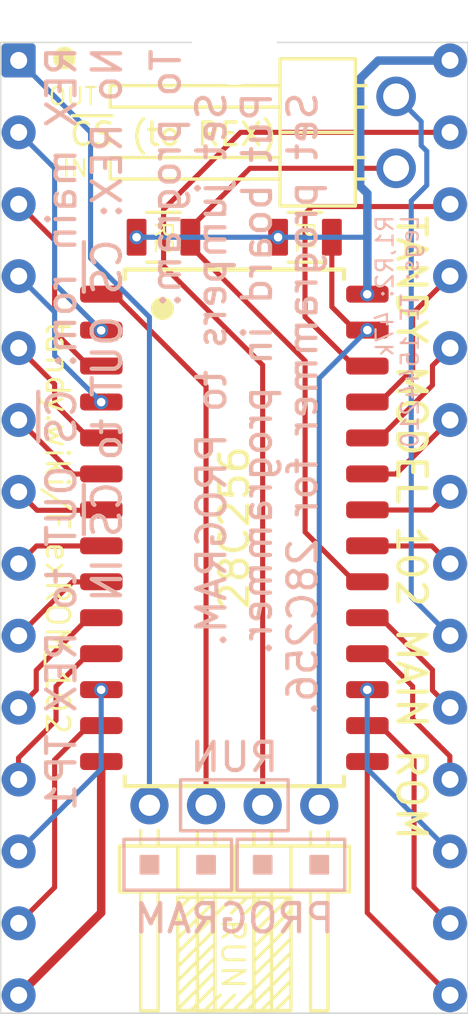
<source format=kicad_pcb>
(kicad_pcb (version 20171130) (host pcbnew 5.1.9-73d0e3b20d~88~ubuntu20.10.1)

  (general
    (thickness 1.6)
    (drawings 59)
    (tracks 137)
    (zones 0)
    (modules 7)
    (nets 32)
  )

  (page USLetter)
  (title_block
    (title FlexROM_102)
    (date 2020-11-23)
    (rev 002)
    (company "Brian K. White - b.kenyon.w@gmail.com")
  )

  (layers
    (0 F.Cu signal)
    (31 B.Cu signal)
    (32 B.Adhes user hide)
    (33 F.Adhes user hide)
    (34 B.Paste user hide)
    (35 F.Paste user hide)
    (36 B.SilkS user)
    (37 F.SilkS user)
    (38 B.Mask user)
    (39 F.Mask user)
    (40 Dwgs.User user)
    (41 Cmts.User user hide)
    (42 Eco1.User user hide)
    (43 Eco2.User user hide)
    (44 Edge.Cuts user)
    (45 Margin user hide)
    (46 B.CrtYd user hide)
    (47 F.CrtYd user hide)
    (48 B.Fab user hide)
    (49 F.Fab user hide)
  )

  (setup
    (last_trace_width 0.18)
    (user_trace_width 0.16)
    (user_trace_width 0.2)
    (user_trace_width 0.3)
    (trace_clearance 0.16)
    (zone_clearance 0.508)
    (zone_45_only no)
    (trace_min 0.16)
    (via_size 0.5)
    (via_drill 0.3)
    (via_min_size 0.5)
    (via_min_drill 0.3)
    (uvia_size 0.5)
    (uvia_drill 0.3)
    (uvias_allowed no)
    (uvia_min_size 0.5)
    (uvia_min_drill 0.3)
    (edge_width 0.05)
    (segment_width 0.2)
    (pcb_text_width 0.3)
    (pcb_text_size 1.5 1.5)
    (mod_edge_width 0.12)
    (mod_text_size 1 1)
    (mod_text_width 0.15)
    (pad_size 2 2)
    (pad_drill 2)
    (pad_to_mask_clearance 0)
    (solder_mask_min_width 0.22)
    (aux_axis_origin 0 0)
    (grid_origin 127 101.6)
    (visible_elements FFFFFF7F)
    (pcbplotparams
      (layerselection 0x010f0_ffffffff)
      (usegerberextensions true)
      (usegerberattributes false)
      (usegerberadvancedattributes false)
      (creategerberjobfile false)
      (excludeedgelayer true)
      (linewidth 0.100000)
      (plotframeref false)
      (viasonmask false)
      (mode 1)
      (useauxorigin false)
      (hpglpennumber 1)
      (hpglpenspeed 20)
      (hpglpendiameter 15.000000)
      (psnegative false)
      (psa4output false)
      (plotreference true)
      (plotvalue true)
      (plotinvisibletext false)
      (padsonsilk false)
      (subtractmaskfromsilk true)
      (outputformat 1)
      (mirror false)
      (drillshape 0)
      (scaleselection 1)
      (outputdirectory "GERBER_FlexROM_102"))
  )

  (net 0 "")
  (net 1 /D3)
  (net 2 /A12)
  (net 3 /D4)
  (net 4 /A7)
  (net 5 /D5)
  (net 6 /A6)
  (net 7 /D6)
  (net 8 /A5)
  (net 9 /D7)
  (net 10 /A4)
  (net 11 /~CS_OUT)
  (net 12 /A3)
  (net 13 /A10)
  (net 14 /A2)
  (net 15 /~OE)
  (net 16 /A1)
  (net 17 /A11)
  (net 18 /A0)
  (net 19 /A9)
  (net 20 /D0)
  (net 21 /A8)
  (net 22 /D1)
  (net 23 /A13)
  (net 24 /D2)
  (net 25 /A14)
  (net 26 /GND)
  (net 27 /VCC)
  (net 28 /~CS_IN)
  (net 29 /~WE)
  (net 30 /A14_~WE)
  (net 31 /NC_A14)

  (net_class Default "This is the default net class."
    (clearance 0.16)
    (trace_width 0.18)
    (via_dia 0.5)
    (via_drill 0.3)
    (uvia_dia 0.5)
    (uvia_drill 0.3)
    (add_net /A0)
    (add_net /A1)
    (add_net /A10)
    (add_net /A11)
    (add_net /A12)
    (add_net /A13)
    (add_net /A14)
    (add_net /A14_~WE)
    (add_net /A2)
    (add_net /A3)
    (add_net /A4)
    (add_net /A5)
    (add_net /A6)
    (add_net /A7)
    (add_net /A8)
    (add_net /A9)
    (add_net /D0)
    (add_net /D1)
    (add_net /D2)
    (add_net /D3)
    (add_net /D4)
    (add_net /D5)
    (add_net /D6)
    (add_net /D7)
    (add_net /GND)
    (add_net /NC_A14)
    (add_net /VCC)
    (add_net /~CS_IN)
    (add_net /~CS_OUT)
    (add_net /~OE)
    (add_net /~WE)
  )

  (module 000_LOCAL:DIP28_0.6_pcb_sil_pins (layer F.Cu) (tedit 5FC98BE5) (tstamp 5E369E74)
    (at 127 101.6)
    (descr "28-lead though-hole mounted DIP package, row spacing 15.24 mm (600 mils)")
    (tags "THT DIP DIL PDIP 2.54mm 15.24mm 600mil")
    (path /5E5C209E)
    (fp_text reference J1 (at -4.445 -16.51) (layer F.SilkS) hide
      (effects (font (size 1 1) (thickness 0.15)))
    )
    (fp_text value "27C256 DIP LEGS" (at 0 18.84) (layer F.Fab)
      (effects (font (size 1 1) (thickness 0.15)))
    )
    (fp_text user %R (at 0.27 3.12) (layer F.Fab)
      (effects (font (size 1 1) (thickness 0.15)))
    )
    (fp_line (start -8.22 -17.11) (end -8.22 17.11) (layer F.CrtYd) (width 0.01))
    (fp_line (start -8.22 17.11) (end 8.22 17.11) (layer F.CrtYd) (width 0.01))
    (fp_line (start 8.22 17.11) (end 8.22 -17.11) (layer F.CrtYd) (width 0.01))
    (fp_line (start 8.22 -17.11) (end -8.22 -17.11) (layer F.CrtYd) (width 0.01))
    (pad 1 thru_hole roundrect (at -7.62 -16.51) (size 1.2 1.2) (drill 0.6) (layers *.Cu *.Mask) (roundrect_rratio 0.1)
      (net 31 /NC_A14))
    (pad 15 thru_hole circle (at 7.62 16.51) (size 1.2 1.2) (drill 0.6) (layers *.Cu *.Mask)
      (net 1 /D3))
    (pad 2 thru_hole circle (at -7.62 -13.97) (size 1.2 1.2) (drill 0.6) (layers *.Cu *.Mask)
      (net 2 /A12))
    (pad 16 thru_hole circle (at 7.62 13.97) (size 1.2 1.2) (drill 0.6) (layers *.Cu *.Mask)
      (net 3 /D4))
    (pad 3 thru_hole circle (at -7.62 -11.43) (size 1.2 1.2) (drill 0.6) (layers *.Cu *.Mask)
      (net 4 /A7))
    (pad 17 thru_hole circle (at 7.62 11.43) (size 1.2 1.2) (drill 0.6) (layers *.Cu *.Mask)
      (net 5 /D5))
    (pad 4 thru_hole circle (at -7.62 -8.89) (size 1.2 1.2) (drill 0.6) (layers *.Cu *.Mask)
      (net 6 /A6))
    (pad 18 thru_hole circle (at 7.62 8.89) (size 1.2 1.2) (drill 0.6) (layers *.Cu *.Mask)
      (net 7 /D6))
    (pad 5 thru_hole circle (at -7.62 -6.35) (size 1.2 1.2) (drill 0.6) (layers *.Cu *.Mask)
      (net 8 /A5))
    (pad 19 thru_hole circle (at 7.62 6.35) (size 1.2 1.2) (drill 0.6) (layers *.Cu *.Mask)
      (net 9 /D7))
    (pad 6 thru_hole circle (at -7.62 -3.81) (size 1.2 1.2) (drill 0.6) (layers *.Cu *.Mask)
      (net 10 /A4))
    (pad 20 thru_hole circle (at 7.62 3.81) (size 1.2 1.2) (drill 0.6) (layers *.Cu *.Mask)
      (net 11 /~CS_OUT))
    (pad 7 thru_hole circle (at -7.62 -1.27) (size 1.2 1.2) (drill 0.6) (layers *.Cu *.Mask)
      (net 12 /A3))
    (pad 21 thru_hole circle (at 7.62 1.27) (size 1.2 1.2) (drill 0.6) (layers *.Cu *.Mask)
      (net 13 /A10))
    (pad 8 thru_hole circle (at -7.62 1.27) (size 1.2 1.2) (drill 0.6) (layers *.Cu *.Mask)
      (net 14 /A2))
    (pad 22 thru_hole circle (at 7.62 -1.27) (size 1.2 1.2) (drill 0.6) (layers *.Cu *.Mask)
      (net 15 /~OE))
    (pad 9 thru_hole circle (at -7.62 3.81) (size 1.2 1.2) (drill 0.6) (layers *.Cu *.Mask)
      (net 16 /A1))
    (pad 23 thru_hole circle (at 7.62 -3.81) (size 1.2 1.2) (drill 0.6) (layers *.Cu *.Mask)
      (net 17 /A11))
    (pad 10 thru_hole circle (at -7.62 6.35) (size 1.2 1.2) (drill 0.6) (layers *.Cu *.Mask)
      (net 18 /A0))
    (pad 24 thru_hole circle (at 7.62 -6.35) (size 1.2 1.2) (drill 0.6) (layers *.Cu *.Mask)
      (net 19 /A9))
    (pad 11 thru_hole circle (at -7.62 8.89) (size 1.2 1.2) (drill 0.6) (layers *.Cu *.Mask)
      (net 20 /D0))
    (pad 25 thru_hole circle (at 7.62 -8.89) (size 1.2 1.2) (drill 0.6) (layers *.Cu *.Mask)
      (net 21 /A8))
    (pad 12 thru_hole circle (at -7.62 11.43) (size 1.2 1.2) (drill 0.6) (layers *.Cu *.Mask)
      (net 22 /D1))
    (pad 26 thru_hole circle (at 7.62 -11.43) (size 1.2 1.2) (drill 0.6) (layers *.Cu *.Mask)
      (net 23 /A13))
    (pad 13 thru_hole circle (at -7.62 13.97) (size 1.2 1.2) (drill 0.6) (layers *.Cu *.Mask)
      (net 24 /D2))
    (pad 27 thru_hole circle (at 7.62 -13.97) (size 1.2 1.2) (drill 0.6) (layers *.Cu *.Mask)
      (net 30 /A14_~WE))
    (pad 14 thru_hole circle (at -7.62 16.51) (size 1.2 1.2) (drill 0.6) (layers *.Cu *.Mask)
      (net 26 /GND))
    (pad 28 thru_hole circle (at 7.62 -16.51) (size 1.2 1.2) (drill 0.6) (layers *.Cu *.Mask)
      (net 27 /VCC))
    (model ${KIPRJMOD}/000_LOCAL.pretty/packages3d/DIL_LEG.step
      (offset (xyz -7.62 16.51 0.18))
      (scale (xyz 1 1 1))
      (rotate (xyz 0 0 0))
    )
    (model ${KIPRJMOD}/000_LOCAL.pretty/packages3d/DIL_LEG.step
      (offset (xyz -7.62 13.97 0.18))
      (scale (xyz 1 1 1))
      (rotate (xyz 0 0 0))
    )
    (model ${KIPRJMOD}/000_LOCAL.pretty/packages3d/DIL_LEG.step
      (offset (xyz -7.62 11.43 0.18))
      (scale (xyz 1 1 1))
      (rotate (xyz 0 0 0))
    )
    (model ${KIPRJMOD}/000_LOCAL.pretty/packages3d/DIL_LEG.step
      (offset (xyz -7.62 8.890000000000001 0.18))
      (scale (xyz 1 1 1))
      (rotate (xyz 0 0 0))
    )
    (model ${KIPRJMOD}/000_LOCAL.pretty/packages3d/DIL_LEG.step
      (offset (xyz -7.62 6.35 0.18))
      (scale (xyz 1 1 1))
      (rotate (xyz 0 0 0))
    )
    (model ${KIPRJMOD}/000_LOCAL.pretty/packages3d/DIL_LEG.step
      (offset (xyz -7.62 3.81 0.18))
      (scale (xyz 1 1 1))
      (rotate (xyz 0 0 0))
    )
    (model ${KIPRJMOD}/000_LOCAL.pretty/packages3d/DIL_LEG.step
      (offset (xyz -7.62 1.27 0.18))
      (scale (xyz 1 1 1))
      (rotate (xyz 0 0 0))
    )
    (model ${KIPRJMOD}/000_LOCAL.pretty/packages3d/DIL_LEG.step
      (offset (xyz -7.62 -1.27 0.18))
      (scale (xyz 1 1 1))
      (rotate (xyz 0 0 0))
    )
    (model ${KIPRJMOD}/000_LOCAL.pretty/packages3d/DIL_LEG.step
      (offset (xyz -7.62 -3.81 0.18))
      (scale (xyz 1 1 1))
      (rotate (xyz 0 0 0))
    )
    (model ${KIPRJMOD}/000_LOCAL.pretty/packages3d/DIL_LEG.step
      (offset (xyz -7.62 -6.35 0.18))
      (scale (xyz 1 1 1))
      (rotate (xyz 0 0 0))
    )
    (model ${KIPRJMOD}/000_LOCAL.pretty/packages3d/DIL_LEG.step
      (offset (xyz -7.62 -8.890000000000001 0.18))
      (scale (xyz 1 1 1))
      (rotate (xyz 0 0 0))
    )
    (model ${KIPRJMOD}/000_LOCAL.pretty/packages3d/DIL_LEG.step
      (offset (xyz -7.62 -11.43 0.18))
      (scale (xyz 1 1 1))
      (rotate (xyz 0 0 0))
    )
    (model ${KIPRJMOD}/000_LOCAL.pretty/packages3d/DIL_LEG.step
      (offset (xyz -7.62 -13.97 0.18))
      (scale (xyz 1 1 1))
      (rotate (xyz 0 0 0))
    )
    (model ${KIPRJMOD}/000_LOCAL.pretty/packages3d/DIL_LEG.step
      (offset (xyz -7.62 -16.51 0.18))
      (scale (xyz 1 1 1))
      (rotate (xyz 0 0 0))
    )
    (model ${KIPRJMOD}/000_LOCAL.pretty/packages3d/DIL_LEG.step
      (offset (xyz 7.62 -16.51 0.18))
      (scale (xyz 1 1 1))
      (rotate (xyz 0 0 0))
    )
    (model ${KIPRJMOD}/000_LOCAL.pretty/packages3d/DIL_LEG.step
      (offset (xyz 7.62 -13.97 0.18))
      (scale (xyz 1 1 1))
      (rotate (xyz 0 0 0))
    )
    (model ${KIPRJMOD}/000_LOCAL.pretty/packages3d/DIL_LEG.step
      (offset (xyz 7.62 -11.43 0.18))
      (scale (xyz 1 1 1))
      (rotate (xyz 0 0 0))
    )
    (model ${KIPRJMOD}/000_LOCAL.pretty/packages3d/DIL_LEG.step
      (offset (xyz 7.62 -8.890000000000001 0.18))
      (scale (xyz 1 1 1))
      (rotate (xyz 0 0 0))
    )
    (model ${KIPRJMOD}/000_LOCAL.pretty/packages3d/DIL_LEG.step
      (offset (xyz 7.62 -6.35 0.18))
      (scale (xyz 1 1 1))
      (rotate (xyz 0 0 0))
    )
    (model ${KIPRJMOD}/000_LOCAL.pretty/packages3d/DIL_LEG.step
      (offset (xyz 7.62 -3.81 0.18))
      (scale (xyz 1 1 1))
      (rotate (xyz 0 0 0))
    )
    (model ${KIPRJMOD}/000_LOCAL.pretty/packages3d/DIL_LEG.step
      (offset (xyz 7.62 -1.27 0.18))
      (scale (xyz 1 1 1))
      (rotate (xyz 0 0 0))
    )
    (model ${KIPRJMOD}/000_LOCAL.pretty/packages3d/DIL_LEG.step
      (offset (xyz 7.62 1.27 0.18))
      (scale (xyz 1 1 1))
      (rotate (xyz 0 0 0))
    )
    (model ${KIPRJMOD}/000_LOCAL.pretty/packages3d/DIL_LEG.step
      (offset (xyz 7.62 3.81 0.18))
      (scale (xyz 1 1 1))
      (rotate (xyz 0 0 0))
    )
    (model ${KIPRJMOD}/000_LOCAL.pretty/packages3d/DIL_LEG.step
      (offset (xyz 7.62 6.35 0.18))
      (scale (xyz 1 1 1))
      (rotate (xyz 0 0 0))
    )
    (model ${KIPRJMOD}/000_LOCAL.pretty/packages3d/DIL_LEG.step
      (offset (xyz 7.62 8.890000000000001 0.18))
      (scale (xyz 1 1 1))
      (rotate (xyz 0 0 0))
    )
    (model ${KIPRJMOD}/000_LOCAL.pretty/packages3d/DIL_LEG.step
      (offset (xyz 7.62 11.43 0.18))
      (scale (xyz 1 1 1))
      (rotate (xyz 0 0 0))
    )
    (model ${KIPRJMOD}/000_LOCAL.pretty/packages3d/DIL_LEG.step
      (offset (xyz 7.62 13.97 0.18))
      (scale (xyz 1 1 1))
      (rotate (xyz 0 0 0))
    )
    (model ${KIPRJMOD}/000_LOCAL.pretty/packages3d/DIL_LEG.step
      (offset (xyz 7.62 16.51 0.18))
      (scale (xyz 1 1 1))
      (rotate (xyz 0 0 0))
    )
  )

  (module 000_LOCAL:NPTH_3mm (layer F.Cu) (tedit 5F9F8D8C) (tstamp 5FC9A485)
    (at 127 84.455)
    (fp_text reference REF** (at 0 2.54) (layer F.SilkS) hide
      (effects (font (size 1.27 1.27) (thickness 0.127)))
    )
    (fp_text value NPTH_3mm (at 0 -2.54) (layer F.Fab)
      (effects (font (size 1.27 1.27) (thickness 0.0127)))
    )
    (pad "" np_thru_hole circle (at 0 0) (size 3 3) (drill 3) (layers *.Cu *.Mask))
  )

  (module 000_LOCAL:PinHeader_1x04_P2.00mm_Horizontal (layer F.Cu) (tedit 5F9FCD4A) (tstamp 5FA053B9)
    (at 130 111.4 270)
    (descr "Through hole angled pin header, 1x04, 2.00mm pitch, 4.2mm pin length, single row")
    (tags "Through hole angled pin header THT 1x04 2.00mm single row")
    (path /5FA17830)
    (fp_text reference JP2 (at 3.1 -2 90) (layer F.SilkS) hide
      (effects (font (size 1 1) (thickness 0.15)))
    )
    (fp_text value Jumper_4_Bridged23 (at 3.1 8 90) (layer F.Fab)
      (effects (font (size 1 1) (thickness 0.15)))
    )
    (fp_line (start 1.875 -1) (end 3 -1) (layer F.Fab) (width 0.1))
    (fp_line (start 3 -1) (end 3 7) (layer F.Fab) (width 0.1))
    (fp_line (start 3 7) (end 1.5 7) (layer F.Fab) (width 0.1))
    (fp_line (start 1.5 7) (end 1.5 -0.625) (layer F.Fab) (width 0.1))
    (fp_line (start 1.5 -0.625) (end 1.875 -1) (layer F.Fab) (width 0.1))
    (fp_line (start -0.25 -0.25) (end 1.5 -0.25) (layer F.Fab) (width 0.1))
    (fp_line (start -0.25 -0.25) (end -0.25 0.25) (layer F.Fab) (width 0.1))
    (fp_line (start -0.25 0.25) (end 1.5 0.25) (layer F.Fab) (width 0.1))
    (fp_line (start 3 -0.25) (end 7.2 -0.25) (layer F.Fab) (width 0.1))
    (fp_line (start 7.2 -0.25) (end 7.2 0.25) (layer F.Fab) (width 0.1))
    (fp_line (start 3 0.25) (end 7.2 0.25) (layer F.Fab) (width 0.1))
    (fp_line (start -0.25 1.75) (end 1.5 1.75) (layer F.Fab) (width 0.1))
    (fp_line (start -0.25 1.75) (end -0.25 2.25) (layer F.Fab) (width 0.1))
    (fp_line (start -0.25 2.25) (end 1.5 2.25) (layer F.Fab) (width 0.1))
    (fp_line (start 3 1.75) (end 7.2 1.75) (layer F.Fab) (width 0.1))
    (fp_line (start 7.2 1.75) (end 7.2 2.25) (layer F.Fab) (width 0.1))
    (fp_line (start 3 2.25) (end 7.2 2.25) (layer F.Fab) (width 0.1))
    (fp_line (start -0.25 3.75) (end 1.5 3.75) (layer F.Fab) (width 0.1))
    (fp_line (start -0.25 3.75) (end -0.25 4.25) (layer F.Fab) (width 0.1))
    (fp_line (start -0.25 4.25) (end 1.5 4.25) (layer F.Fab) (width 0.1))
    (fp_line (start 3 3.75) (end 7.2 3.75) (layer F.Fab) (width 0.1))
    (fp_line (start 7.2 3.75) (end 7.2 4.25) (layer F.Fab) (width 0.1))
    (fp_line (start 3 4.25) (end 7.2 4.25) (layer F.Fab) (width 0.1))
    (fp_line (start -0.25 5.75) (end 1.5 5.75) (layer F.Fab) (width 0.1))
    (fp_line (start -0.25 5.75) (end -0.25 6.25) (layer F.Fab) (width 0.1))
    (fp_line (start -0.25 6.25) (end 1.5 6.25) (layer F.Fab) (width 0.1))
    (fp_line (start 3 5.75) (end 7.2 5.75) (layer F.Fab) (width 0.1))
    (fp_line (start 7.2 5.75) (end 7.2 6.25) (layer F.Fab) (width 0.1))
    (fp_line (start 3 6.25) (end 7.2 6.25) (layer F.Fab) (width 0.1))
    (fp_line (start 1.44 -1.06) (end 1.44 7.06) (layer F.SilkS) (width 0.12))
    (fp_line (start 1.44 7.06) (end 3.06 7.06) (layer F.SilkS) (width 0.12))
    (fp_line (start 3.06 7.06) (end 3.06 -1.06) (layer F.SilkS) (width 0.12))
    (fp_line (start 3.06 -1.06) (end 1.44 -1.06) (layer F.SilkS) (width 0.12))
    (fp_line (start 3.06 -0.31) (end 7.26 -0.31) (layer F.SilkS) (width 0.12))
    (fp_line (start 7.26 -0.31) (end 7.26 0.31) (layer F.SilkS) (width 0.12))
    (fp_line (start 7.26 0.31) (end 3.06 0.31) (layer F.SilkS) (width 0.12))
    (fp_line (start 0.935 -0.31) (end 1.44 -0.31) (layer F.SilkS) (width 0.12))
    (fp_line (start 0.935 0.31) (end 1.44 0.31) (layer F.SilkS) (width 0.12))
    (fp_line (start 1.44 1) (end 3.06 1) (layer F.SilkS) (width 0.12))
    (fp_line (start 3.06 1.69) (end 7.26 1.69) (layer F.SilkS) (width 0.12))
    (fp_line (start 7.26 1.69) (end 7.26 2.31) (layer F.SilkS) (width 0.12))
    (fp_line (start 7.26 2.31) (end 3.06 2.31) (layer F.SilkS) (width 0.12))
    (fp_line (start 0.882114 1.69) (end 1.44 1.69) (layer F.SilkS) (width 0.12))
    (fp_line (start 0.882114 2.31) (end 1.44 2.31) (layer F.SilkS) (width 0.12))
    (fp_line (start 1.44 3) (end 3.06 3) (layer F.SilkS) (width 0.12))
    (fp_line (start 3.06 3.69) (end 7.26 3.69) (layer F.SilkS) (width 0.12))
    (fp_line (start 7.26 3.69) (end 7.26 4.31) (layer F.SilkS) (width 0.12))
    (fp_line (start 7.26 4.31) (end 3.06 4.31) (layer F.SilkS) (width 0.12))
    (fp_line (start 0.882114 3.69) (end 1.44 3.69) (layer F.SilkS) (width 0.12))
    (fp_line (start 0.882114 4.31) (end 1.44 4.31) (layer F.SilkS) (width 0.12))
    (fp_line (start 1.44 5) (end 3.06 5) (layer F.SilkS) (width 0.12))
    (fp_line (start 3.06 5.69) (end 7.26 5.69) (layer F.SilkS) (width 0.12))
    (fp_line (start 7.26 5.69) (end 7.26 6.31) (layer F.SilkS) (width 0.12))
    (fp_line (start 7.26 6.31) (end 3.06 6.31) (layer F.SilkS) (width 0.12))
    (fp_line (start 0.882114 5.69) (end 1.44 5.69) (layer F.SilkS) (width 0.12))
    (fp_line (start 0.882114 6.31) (end 1.44 6.31) (layer F.SilkS) (width 0.12))
    (fp_line (start -1.5 -1.5) (end -1.5 7.5) (layer F.CrtYd) (width 0.05))
    (fp_line (start -1.5 7.5) (end 7.7 7.5) (layer F.CrtYd) (width 0.05))
    (fp_line (start 7.7 7.5) (end 7.7 -1.5) (layer F.CrtYd) (width 0.05))
    (fp_line (start 7.7 -1.5) (end -1.5 -1.5) (layer F.CrtYd) (width 0.05))
    (fp_text user %R (at 2.25 3) (layer F.Fab)
      (effects (font (size 0.9 0.9) (thickness 0.135)))
    )
    (pad 4 thru_hole circle (at 0 6 270) (size 1.35 1.35) (drill 0.75) (layers *.Cu *.Mask)
      (net 31 /NC_A14))
    (pad 3 thru_hole circle (at 0 4 270) (size 1.35 1.35) (drill 0.75) (layers *.Cu *.Mask)
      (net 25 /A14))
    (pad 2 thru_hole circle (at 0 2 270) (size 1.35 1.35) (drill 0.75) (layers *.Cu *.Mask)
      (net 30 /A14_~WE))
    (pad 1 thru_hole circle (at 0 0 270) (size 1.35 1.35) (drill 0.75) (layers *.Cu *.Mask)
      (net 29 /~WE))
    (model ${KIPRJMOD}/000_LOCAL.pretty/packages3d/PinHeader_1x04_P2.00mm_Horizontal.step
      (at (xyz 0 0 0))
      (scale (xyz 1 1 1))
      (rotate (xyz 0 0 0))
    )
  )

  (module 000_LOCAL:R_0805 (layer F.Cu) (tedit 5F9E65BE) (tstamp 5F9FCA43)
    (at 129.495 91.335 180)
    (descr "Resistor SMD 0805, reflow soldering, Vishay (see dcrcw.pdf)")
    (tags "resistor 0805")
    (path /5E6B3AF8)
    (attr smd)
    (fp_text reference R1 (at -0.005 -0.015 -90 unlocked) (layer F.SilkS)
      (effects (font (size 0.6 0.6) (thickness 0.08)))
    )
    (fp_text value 47K (at 0 1.75) (layer F.Fab) hide
      (effects (font (size 1 1) (thickness 0.15)))
    )
    (fp_line (start -1 0.62) (end -1 -0.62) (layer F.Fab) (width 0.1))
    (fp_line (start 1 0.62) (end -1 0.62) (layer F.Fab) (width 0.1))
    (fp_line (start 1 -0.62) (end 1 0.62) (layer F.Fab) (width 0.1))
    (fp_line (start -1 -0.62) (end 1 -0.62) (layer F.Fab) (width 0.1))
    (fp_line (start 0.6 0.88) (end -0.6 0.88) (layer F.SilkS) (width 0.12))
    (fp_line (start -0.6 -0.88) (end 0.6 -0.88) (layer F.SilkS) (width 0.12))
    (fp_line (start -1.55 -0.9) (end 1.55 -0.9) (layer F.CrtYd) (width 0.05))
    (fp_line (start -1.55 -0.9) (end -1.55 0.9) (layer F.CrtYd) (width 0.05))
    (fp_line (start 1.55 0.9) (end 1.55 -0.9) (layer F.CrtYd) (width 0.05))
    (fp_line (start 1.55 0.9) (end -1.55 0.9) (layer F.CrtYd) (width 0.05))
    (fp_text user %R (at 0 0) (layer F.Fab) hide
      (effects (font (size 0.5 0.5) (thickness 0.075)))
    )
    (pad 1 smd roundrect (at -0.95 0 180) (size 0.7 1.3) (layers F.Cu F.Paste F.Mask) (roundrect_rratio 0.1)
      (net 29 /~WE))
    (pad 2 smd roundrect (at 0.95 0 180) (size 0.7 1.3) (layers F.Cu F.Paste F.Mask) (roundrect_rratio 0.1)
      (net 27 /VCC))
    (model ${KIPRJMOD}/000_LOCAL.pretty/packages3d/R_0805_2012Metric.step
      (at (xyz 0 0 0))
      (scale (xyz 1 1 1))
      (rotate (xyz 0 0 0))
    )
  )

  (module 000_LOCAL:R_0805 (layer F.Cu) (tedit 5F9E65BE) (tstamp 5F9FCA13)
    (at 124.495 91.335 180)
    (descr "Resistor SMD 0805, reflow soldering, Vishay (see dcrcw.pdf)")
    (tags "resistor 0805")
    (path /5E68C7F8)
    (attr smd)
    (fp_text reference R2 (at -0.005 -0.015 270 unlocked) (layer F.SilkS)
      (effects (font (size 0.6 0.6) (thickness 0.08)))
    )
    (fp_text value 47K (at 0 1.75) (layer F.Fab)
      (effects (font (size 1 1) (thickness 0.15)))
    )
    (fp_line (start -1 0.62) (end -1 -0.62) (layer F.Fab) (width 0.1))
    (fp_line (start 1 0.62) (end -1 0.62) (layer F.Fab) (width 0.1))
    (fp_line (start 1 -0.62) (end 1 0.62) (layer F.Fab) (width 0.1))
    (fp_line (start -1 -0.62) (end 1 -0.62) (layer F.Fab) (width 0.1))
    (fp_line (start 0.6 0.88) (end -0.6 0.88) (layer F.SilkS) (width 0.12))
    (fp_line (start -0.6 -0.88) (end 0.6 -0.88) (layer F.SilkS) (width 0.12))
    (fp_line (start -1.55 -0.9) (end 1.55 -0.9) (layer F.CrtYd) (width 0.05))
    (fp_line (start -1.55 -0.9) (end -1.55 0.9) (layer F.CrtYd) (width 0.05))
    (fp_line (start 1.55 0.9) (end 1.55 -0.9) (layer F.CrtYd) (width 0.05))
    (fp_line (start 1.55 0.9) (end -1.55 0.9) (layer F.CrtYd) (width 0.05))
    (fp_text user %R (at 0 0) (layer F.Fab)
      (effects (font (size 0.5 0.5) (thickness 0.075)))
    )
    (pad 1 smd roundrect (at -0.95 0 180) (size 0.7 1.3) (layers F.Cu F.Paste F.Mask) (roundrect_rratio 0.1)
      (net 28 /~CS_IN))
    (pad 2 smd roundrect (at 0.95 0 180) (size 0.7 1.3) (layers F.Cu F.Paste F.Mask) (roundrect_rratio 0.1)
      (net 27 /VCC))
    (model ${KIPRJMOD}/000_LOCAL.pretty/packages3d/R_0805_2012Metric.step
      (at (xyz 0 0 0))
      (scale (xyz 1 1 1))
      (rotate (xyz 0 0 0))
    )
  )

  (module 000_LOCAL:SOIC28W (layer F.Cu) (tedit 5E621A1B) (tstamp 5FA06128)
    (at 127 101.6)
    (descr "28-Lead Plastic Small Outline (SO) - Wide, 7.50 mm Body [SOIC] (see Microchip Packaging Specification 00000049BS.pdf)")
    (tags "SOIC 1.27")
    (path /5E5B130A)
    (attr smd)
    (fp_text reference U1 (at 0 -10.05) (layer F.SilkS) hide
      (effects (font (size 1 1) (thickness 0.15)))
    )
    (fp_text value 28C256 (at -0.0003 -0.0002 -90) (layer F.SilkS)
      (effects (font (size 1 1) (thickness 0.15)))
    )
    (fp_circle (center -2.54 -7.747) (end -2.3368 -7.747) (layer F.SilkS) (width 0.4064))
    (fp_line (start -2.75 -8.95) (end 3.75 -8.95) (layer F.Fab) (width 0.15))
    (fp_line (start 3.75 -8.95) (end 3.75 8.95) (layer F.Fab) (width 0.15))
    (fp_line (start 3.75 8.95) (end -3.75 8.95) (layer F.Fab) (width 0.15))
    (fp_line (start -3.75 8.95) (end -3.75 -7.95) (layer F.Fab) (width 0.15))
    (fp_line (start -3.75 -7.95) (end -2.75 -8.95) (layer F.Fab) (width 0.15))
    (fp_line (start -5.95 -9.3) (end -5.95 9.3) (layer F.CrtYd) (width 0.05))
    (fp_line (start 5.95 -9.3) (end 5.95 9.3) (layer F.CrtYd) (width 0.05))
    (fp_line (start -5.95 -9.3) (end 5.95 -9.3) (layer F.CrtYd) (width 0.05))
    (fp_line (start -5.95 9.3) (end 5.95 9.3) (layer F.CrtYd) (width 0.05))
    (fp_line (start -3.875 -9.125) (end -3.875 -8.78) (layer F.SilkS) (width 0.15))
    (fp_line (start 3.875 -9.125) (end 3.875 -8.78) (layer F.SilkS) (width 0.15))
    (fp_line (start 3.875 9.125) (end 3.875 8.78) (layer F.SilkS) (width 0.15))
    (fp_line (start -3.875 9.125) (end -3.875 8.78) (layer F.SilkS) (width 0.15))
    (fp_line (start -3.875 -9.125) (end 3.875 -9.125) (layer F.SilkS) (width 0.15))
    (fp_line (start -3.875 9.125) (end 3.875 9.125) (layer F.SilkS) (width 0.15))
    (fp_text user %R (at -0.01 1.61) (layer F.Fab)
      (effects (font (size 1 1) (thickness 0.15)))
    )
    (pad 28 smd roundrect (at 4.7 -8.255) (size 1.5 0.6) (layers F.Cu F.Paste F.Mask) (roundrect_rratio 0.25)
      (net 27 /VCC))
    (pad 27 smd roundrect (at 4.7 -6.985) (size 1.5 0.6) (layers F.Cu F.Paste F.Mask) (roundrect_rratio 0.25)
      (net 29 /~WE))
    (pad 26 smd roundrect (at 4.7 -5.715) (size 1.5 0.6) (layers F.Cu F.Paste F.Mask) (roundrect_rratio 0.25)
      (net 23 /A13))
    (pad 25 smd roundrect (at 4.7 -4.445) (size 1.5 0.6) (layers F.Cu F.Paste F.Mask) (roundrect_rratio 0.25)
      (net 21 /A8))
    (pad 24 smd roundrect (at 4.7 -3.175) (size 1.5 0.6) (layers F.Cu F.Paste F.Mask) (roundrect_rratio 0.25)
      (net 19 /A9))
    (pad 23 smd roundrect (at 4.7 -1.905) (size 1.5 0.6) (layers F.Cu F.Paste F.Mask) (roundrect_rratio 0.25)
      (net 17 /A11))
    (pad 22 smd roundrect (at 4.7 -0.635) (size 1.5 0.6) (layers F.Cu F.Paste F.Mask) (roundrect_rratio 0.25)
      (net 15 /~OE))
    (pad 21 smd roundrect (at 4.7 0.635) (size 1.5 0.6) (layers F.Cu F.Paste F.Mask) (roundrect_rratio 0.25)
      (net 13 /A10))
    (pad 20 smd roundrect (at 4.7 1.905) (size 1.5 0.6) (layers F.Cu F.Paste F.Mask) (roundrect_rratio 0.25)
      (net 28 /~CS_IN))
    (pad 19 smd roundrect (at 4.7 3.175) (size 1.5 0.6) (layers F.Cu F.Paste F.Mask) (roundrect_rratio 0.25)
      (net 9 /D7))
    (pad 18 smd roundrect (at 4.7 4.445) (size 1.5 0.6) (layers F.Cu F.Paste F.Mask) (roundrect_rratio 0.25)
      (net 7 /D6))
    (pad 17 smd roundrect (at 4.7 5.715) (size 1.5 0.6) (layers F.Cu F.Paste F.Mask) (roundrect_rratio 0.25)
      (net 5 /D5))
    (pad 16 smd roundrect (at 4.7 6.985) (size 1.5 0.6) (layers F.Cu F.Paste F.Mask) (roundrect_rratio 0.25)
      (net 3 /D4))
    (pad 15 smd roundrect (at 4.7 8.255) (size 1.5 0.6) (layers F.Cu F.Paste F.Mask) (roundrect_rratio 0.25)
      (net 1 /D3))
    (pad 14 smd roundrect (at -4.7 8.255) (size 1.5 0.6) (layers F.Cu F.Paste F.Mask) (roundrect_rratio 0.25)
      (net 26 /GND))
    (pad 13 smd roundrect (at -4.7 6.985) (size 1.5 0.6) (layers F.Cu F.Paste F.Mask) (roundrect_rratio 0.25)
      (net 24 /D2))
    (pad 12 smd roundrect (at -4.7 5.715) (size 1.5 0.6) (layers F.Cu F.Paste F.Mask) (roundrect_rratio 0.25)
      (net 22 /D1))
    (pad 11 smd roundrect (at -4.7 4.445) (size 1.5 0.6) (layers F.Cu F.Paste F.Mask) (roundrect_rratio 0.25)
      (net 20 /D0))
    (pad 10 smd roundrect (at -4.7 3.175) (size 1.5 0.6) (layers F.Cu F.Paste F.Mask) (roundrect_rratio 0.25)
      (net 18 /A0))
    (pad 9 smd roundrect (at -4.7 1.905) (size 1.5 0.6) (layers F.Cu F.Paste F.Mask) (roundrect_rratio 0.25)
      (net 16 /A1))
    (pad 8 smd roundrect (at -4.7 0.635) (size 1.5 0.6) (layers F.Cu F.Paste F.Mask) (roundrect_rratio 0.25)
      (net 14 /A2))
    (pad 7 smd roundrect (at -4.7 -0.635) (size 1.5 0.6) (layers F.Cu F.Paste F.Mask) (roundrect_rratio 0.25)
      (net 12 /A3))
    (pad 6 smd roundrect (at -4.7 -1.905) (size 1.5 0.6) (layers F.Cu F.Paste F.Mask) (roundrect_rratio 0.25)
      (net 10 /A4))
    (pad 5 smd roundrect (at -4.7 -3.175) (size 1.5 0.6) (layers F.Cu F.Paste F.Mask) (roundrect_rratio 0.25)
      (net 8 /A5))
    (pad 4 smd roundrect (at -4.7 -4.445) (size 1.5 0.6) (layers F.Cu F.Paste F.Mask) (roundrect_rratio 0.25)
      (net 6 /A6))
    (pad 3 smd roundrect (at -4.7 -5.715) (size 1.5 0.6) (layers F.Cu F.Paste F.Mask) (roundrect_rratio 0.25)
      (net 4 /A7))
    (pad 2 smd roundrect (at -4.7 -6.985) (size 1.5 0.6) (layers F.Cu F.Paste F.Mask) (roundrect_rratio 0.25)
      (net 2 /A12))
    (pad 1 smd roundrect (at -4.7 -8.255) (size 1.5 0.6) (layers F.Cu F.Paste F.Mask) (roundrect_rratio 0.25)
      (net 25 /A14))
    (model ${KIPRJMOD}/000_LOCAL.pretty/packages3d/SOIC28W.step
      (at (xyz 0 0 0))
      (scale (xyz 1 1 1))
      (rotate (xyz 0 0 0))
    )
  )

  (module 000_LOCAL:Pin_Header_Angled_1x02_Pitch2.54mm (layer F.Cu) (tedit 5E349946) (tstamp 5F9FC9AC)
    (at 132.715 88.9 180)
    (descr "Through hole angled pin header, 1x02, 2.54mm pitch, 6mm pin length, single row")
    (tags "Through hole angled pin header THT 1x02 2.54mm single row")
    (path /5E68B8A2)
    (fp_text reference JP1 (at 4.385 -2.27 180) (layer F.SilkS) hide
      (effects (font (size 1 1) (thickness 0.15)))
    )
    (fp_text value "~CS~ breakout (REX TP1)" (at 4.385 4.81 180) (layer F.Fab)
      (effects (font (size 1 1) (thickness 0.15)))
    )
    (fp_line (start 10.55 -1.8) (end -1.8 -1.8) (layer F.CrtYd) (width 0.05))
    (fp_line (start 10.55 4.35) (end 10.55 -1.8) (layer F.CrtYd) (width 0.05))
    (fp_line (start -1.8 4.35) (end 10.55 4.35) (layer F.CrtYd) (width 0.05))
    (fp_line (start -1.8 -1.8) (end -1.8 4.35) (layer F.CrtYd) (width 0.05))
    (fp_line (start 1.042929 2.92) (end 1.44 2.92) (layer F.SilkS) (width 0.12))
    (fp_line (start 1.042929 2.16) (end 1.44 2.16) (layer F.SilkS) (width 0.12))
    (fp_line (start 10.1 2.92) (end 4.1 2.92) (layer F.SilkS) (width 0.12))
    (fp_line (start 10.1 2.16) (end 10.1 2.92) (layer F.SilkS) (width 0.12))
    (fp_line (start 4.1 2.16) (end 10.1 2.16) (layer F.SilkS) (width 0.12))
    (fp_line (start 1.44 1.27) (end 4.1 1.27) (layer F.SilkS) (width 0.12))
    (fp_line (start 1.11 0.38) (end 1.44 0.38) (layer F.SilkS) (width 0.12))
    (fp_line (start 1.11 -0.38) (end 1.44 -0.38) (layer F.SilkS) (width 0.12))
    (fp_line (start 10.1 0.38) (end 4.1 0.38) (layer F.SilkS) (width 0.12))
    (fp_line (start 10.1 -0.38) (end 10.1 0.38) (layer F.SilkS) (width 0.12))
    (fp_line (start 4.1 -0.38) (end 10.1 -0.38) (layer F.SilkS) (width 0.12))
    (fp_line (start 4.1 -1.33) (end 1.44 -1.33) (layer F.SilkS) (width 0.12))
    (fp_line (start 4.1 3.87) (end 4.1 -1.33) (layer F.SilkS) (width 0.12))
    (fp_line (start 1.44 3.87) (end 4.1 3.87) (layer F.SilkS) (width 0.12))
    (fp_line (start 1.44 -1.33) (end 1.44 3.87) (layer F.SilkS) (width 0.12))
    (fp_line (start 4.04 2.86) (end 10.04 2.86) (layer F.Fab) (width 0.1))
    (fp_line (start 10.04 2.22) (end 10.04 2.86) (layer F.Fab) (width 0.1))
    (fp_line (start 4.04 2.22) (end 10.04 2.22) (layer F.Fab) (width 0.1))
    (fp_line (start -0.32 2.86) (end 1.5 2.86) (layer F.Fab) (width 0.1))
    (fp_line (start -0.32 2.22) (end -0.32 2.86) (layer F.Fab) (width 0.1))
    (fp_line (start -0.32 2.22) (end 1.5 2.22) (layer F.Fab) (width 0.1))
    (fp_line (start 4.04 0.32) (end 10.04 0.32) (layer F.Fab) (width 0.1))
    (fp_line (start 10.04 -0.32) (end 10.04 0.32) (layer F.Fab) (width 0.1))
    (fp_line (start 4.04 -0.32) (end 10.04 -0.32) (layer F.Fab) (width 0.1))
    (fp_line (start -0.32 0.32) (end 1.5 0.32) (layer F.Fab) (width 0.1))
    (fp_line (start -0.32 -0.32) (end -0.32 0.32) (layer F.Fab) (width 0.1))
    (fp_line (start -0.32 -0.32) (end 1.5 -0.32) (layer F.Fab) (width 0.1))
    (fp_line (start 1.5 -0.635) (end 2.135 -1.27) (layer F.Fab) (width 0.1))
    (fp_line (start 1.5 3.81) (end 1.5 -0.635) (layer F.Fab) (width 0.1))
    (fp_line (start 4.04 3.81) (end 1.5 3.81) (layer F.Fab) (width 0.1))
    (fp_line (start 4.04 -1.27) (end 4.04 3.81) (layer F.Fab) (width 0.1))
    (fp_line (start 2.135 -1.27) (end 4.04 -1.27) (layer F.Fab) (width 0.1))
    (fp_text user %R (at 2.77 1.27 270) (layer F.Fab)
      (effects (font (size 1 1) (thickness 0.15)))
    )
    (pad 1 thru_hole circle (at 0 0 180) (size 1.4 1.4) (drill 0.914) (layers *.Cu *.Mask)
      (net 28 /~CS_IN))
    (pad 2 thru_hole circle (at 0 2.54 180) (size 1.4 1.4) (drill 0.914) (layers *.Cu *.Mask)
      (net 11 /~CS_OUT))
    (model ${KIPRJMOD}/000_LOCAL.pretty/packages3d/PinHeader_1x02_P2.54mm_Horizontal.step
      (at (xyz 0 0 0))
      (scale (xyz 1 1 1))
      (rotate (xyz 0 0 0))
    )
  )

  (gr_line (start 127.7 115.9) (end 128.95 114.65) (layer F.SilkS) (width 0.12) (tstamp 5FA06E38))
  (gr_line (start 128.45 118.65) (end 129 118.1) (layer F.SilkS) (width 0.12) (tstamp 5FA0679A))
  (gr_line (start 127.95 118.65) (end 129 117.6) (layer F.SilkS) (width 0.12) (tstamp 5FA0672D))
  (gr_line (start 125 118.6) (end 126.3 117.3) (layer F.SilkS) (width 0.12) (tstamp 5FA061C0))
  (gr_line (start 127.7 115.4) (end 128.45 114.65) (layer F.SilkS) (width 0.12) (tstamp 5FA05A36))
  (gr_line (start 127.7 116.4) (end 129 115.1) (layer F.SilkS) (width 0.12) (tstamp 5FA05A34))
  (gr_line (start 127.7 116.9) (end 129 115.6) (layer F.SilkS) (width 0.12) (tstamp 5FA05A32))
  (gr_line (start 127.7 117.4) (end 129 116.1) (layer F.SilkS) (width 0.12) (tstamp 5FA059C6))
  (gr_line (start 126.95 118.65) (end 129 116.6) (layer F.SilkS) (width 0.12) (tstamp 5FA059C4))
  (gr_line (start 127.45 118.65) (end 129 117.1) (layer F.SilkS) (width 0.12) (tstamp 5FA05957))
  (gr_line (start 126.9 115.2) (end 127.45 114.65) (layer F.SilkS) (width 0.12) (tstamp 5FA057A8))
  (gr_line (start 126.45 118.65) (end 127 118.1) (layer F.SilkS) (width 0.12) (tstamp 5FA057A6))
  (gr_line (start 125.95 118.65) (end 126.5 118.1) (layer F.SilkS) (width 0.12) (tstamp 5FA057A4))
  (gr_line (start 125.45 118.65) (end 126.3 117.8) (layer F.SilkS) (width 0.12) (tstamp 5FA05737))
  (gr_line (start 125 118.1) (end 126.3 116.8) (layer F.SilkS) (width 0.12) (tstamp 5FA056CB))
  (gr_line (start 125 117.6) (end 126.3 116.3) (layer F.SilkS) (width 0.12) (tstamp 5FA056C9))
  (gr_line (start 125 117.1) (end 126.3 115.8) (layer F.SilkS) (width 0.12) (tstamp 5FA056C7))
  (gr_line (start 127.4 115.2) (end 127.95 114.65) (layer F.SilkS) (width 0.12) (tstamp 5FA0565B))
  (gr_line (start 125 116.6) (end 126.95 114.65) (layer F.SilkS) (width 0.12) (tstamp 5FA055EE))
  (gr_line (start 125 116.1) (end 126.3 114.8) (layer F.SilkS) (width 0.12))
  (gr_line (start 125 115.6) (end 125.95 114.65) (layer F.SilkS) (width 0.12))
  (gr_line (start 125 115.1) (end 125.45 114.65) (layer F.SilkS) (width 0.12))
  (gr_line (start 129 114.65) (end 125 114.65) (layer F.SilkS) (width 0.12) (tstamp 5FA0528E))
  (gr_line (start 129 118.65) (end 129 114.65) (layer F.SilkS) (width 0.12))
  (gr_line (start 125 118.65) (end 129 118.65) (layer F.SilkS) (width 0.12))
  (gr_line (start 125 114.65) (end 125 118.65) (layer F.SilkS) (width 0.12))
  (gr_text RUN (at 126.95 116.65 -90) (layer F.SilkS)
    (effects (font (size 0.8 0.8) (thickness 0.1)))
  )
  (gr_text "To program:\n  Set jumpers to PROGRAM.\n  Put board in programmer.\n  Set programmer for 28C256." (at 127 84.6 90) (layer B.SilkS)
    (effects (font (size 1 1) (thickness 0.15)) (justify left mirror))
  )
  (gr_text "REX main rom: ~CS~ OUT to REX TP1\nNo REX: ~CS~ OUT to ~CS~ IN" (at 121.7 84.5 -270) (layer B.SilkS)
    (effects (font (size 1 1) (thickness 0.15)) (justify left mirror))
  )
  (gr_poly (pts (xy 124.3 113.8) (xy 123.7 113.8) (xy 123.7 113.2) (xy 124.3 113.2)) (layer B.SilkS) (width 0.1) (tstamp 5FA061CF))
  (gr_poly (pts (xy 126.3 113.8) (xy 125.7 113.8) (xy 125.7 113.2) (xy 126.3 113.2)) (layer B.SilkS) (width 0.1) (tstamp 5FA061CC))
  (gr_poly (pts (xy 128.3 113.8) (xy 127.7 113.8) (xy 127.7 113.2) (xy 128.3 113.2)) (layer B.SilkS) (width 0.1) (tstamp 5FA061A3))
  (gr_poly (pts (xy 130.3 113.8) (xy 129.7 113.8) (xy 129.7 113.2) (xy 130.3 113.2)) (layer B.SilkS) (width 0.1))
  (gr_line (start 123.1 114.4) (end 123.1 112.6) (layer B.SilkS) (width 0.12) (tstamp 5FA0619A))
  (gr_line (start 123.1 112.6) (end 126.9 112.6) (layer B.SilkS) (width 0.12) (tstamp 5FA06197))
  (gr_line (start 126.9 114.4) (end 123.1 114.4) (layer B.SilkS) (width 0.12) (tstamp 5FA06194))
  (gr_line (start 126.9 114.4) (end 126.9 112.6) (layer B.SilkS) (width 0.12) (tstamp 5FA06191))
  (gr_line (start 127.1 112.6) (end 130.9 112.6) (layer B.SilkS) (width 0.12) (tstamp 5FA0618D))
  (gr_line (start 127.1 114.4) (end 127.1 112.6) (layer B.SilkS) (width 0.12) (tstamp 5FA0618A))
  (gr_line (start 130.9 112.6) (end 130.9 114.4) (layer B.SilkS) (width 0.12) (tstamp 5FA060C4))
  (gr_line (start 130.9 114.4) (end 127.1 114.4) (layer B.SilkS) (width 0.12) (tstamp 5FA060C3))
  (gr_line (start 125.1 110.5) (end 128.9 110.5) (layer B.SilkS) (width 0.12) (tstamp 5FA060C1))
  (gr_line (start 125.1 112.3) (end 125.1 110.5) (layer B.SilkS) (width 0.12))
  (gr_line (start 128.9 112.3) (end 125.1 112.3) (layer B.SilkS) (width 0.12))
  (gr_line (start 128.9 110.5) (end 128.9 112.3) (layer B.SilkS) (width 0.12))
  (gr_text PROGRAM (at 127 115.4) (layer B.SilkS) (tstamp 5FA060B9)
    (effects (font (size 1 1) (thickness 0.15)) (justify mirror))
  )
  (gr_text RUN (at 127 109.7) (layer B.SilkS)
    (effects (font (size 1 1) (thickness 0.15)) (justify mirror))
  )
  (gr_text tandy.wiki/FlexROM_102 (at 120.75 101.6 -90) (layer F.SilkS) (tstamp 5F9FC827)
    (effects (font (size 0.8 0.8) (thickness 0.1)))
  )
  (gr_line (start 118.745 118.745) (end 118.745 84.455) (layer Edge.Cuts) (width 0.05) (tstamp 5F9FC90E))
  (gr_line (start 135.255 84.455) (end 135.255 118.745) (layer Edge.Cuts) (width 0.05) (tstamp 5F9FC7EB))
  (gr_line (start 118.745 84.455) (end 135.255 84.455) (layer Edge.Cuts) (width 0.05) (tstamp 5F9FC980))
  (gr_line (start 118.745 118.745) (end 135.255 118.745) (layer Edge.Cuts) (width 0.05) (tstamp 5F9FCA01))
  (gr_text "R1,R2: 47k" (at 132.316 90.505 90) (layer B.SilkS) (tstamp 5F9FC81E)
    (effects (font (size 0.6 0.6) (thickness 0.08)) (justify left mirror))
  )
  (gr_text "TANDY MODEL 102 MAIN ROM" (at 133.25 101.6 -90) (layer F.SilkS) (tstamp 5F9FC85A)
    (effects (font (size 1 1) (thickness 0.15)))
  )
  (gr_text "~CS~ (to REX)" (at 124.85 87.7) (layer F.SilkS) (tstamp 5F9FC854)
    (effects (font (size 0.8 0.8) (thickness 0.12)))
  )
  (gr_circle (center 120.995 85.005) (end 121.195 85.005) (layer F.SilkS) (width 0.4) (tstamp 5F9FCA64))
  (gr_text OUT (at 121.295 86.355) (layer F.SilkS) (tstamp 5F9FC851)
    (effects (font (size 0.6 0.6) (thickness 0.08)))
  )
  (gr_text IN (at 121.375 88.905) (layer F.SilkS) (tstamp 5F9FC84E)
    (effects (font (size 0.6 0.6) (thickness 0.08)))
  )
  (gr_text "Legs: TE 1544210" (at 133.205 90.505 90) (layer B.SilkS) (tstamp 5F9FC84B)
    (effects (font (size 0.6 0.6) (thickness 0.08)) (justify left mirror))
  )

  (segment (start 131.695 115.195) (end 131.695 109.86) (width 0.18) (layer F.Cu) (net 1) (tstamp 5F9FC8F9))
  (segment (start 134.615 118.115) (end 131.695 115.195) (width 0.18) (layer F.Cu) (net 1) (tstamp 5F9FC8F6))
  (via (at 122.295 94.625) (size 0.5) (drill 0.3) (layers F.Cu B.Cu) (net 2) (tstamp 5F9FC830))
  (segment (start 120.65 88.9) (end 119.385 87.635) (width 0.18) (layer B.Cu) (net 2))
  (segment (start 120.65 92.98) (end 120.65 88.9) (width 0.18) (layer B.Cu) (net 2))
  (segment (start 119.385 87.635) (end 119.375 87.635) (width 0.18) (layer B.Cu) (net 2))
  (segment (start 122.295 94.625) (end 120.65 92.98) (width 0.18) (layer B.Cu) (net 2))
  (segment (start 133.35 114.31) (end 134.615 115.575) (width 0.18) (layer F.Cu) (net 3))
  (segment (start 133.35 109.7915) (end 133.35 114.31) (width 0.18) (layer F.Cu) (net 3))
  (segment (start 132.1485 108.59) (end 133.35 109.7915) (width 0.18) (layer F.Cu) (net 3))
  (segment (start 131.695 108.59) (end 132.1485 108.59) (width 0.18) (layer F.Cu) (net 3))
  (segment (start 120.65 91.44) (end 119.38 90.17) (width 0.18) (layer F.Cu) (net 4))
  (segment (start 120.65 94.6785) (end 120.65 91.44) (width 0.18) (layer F.Cu) (net 4))
  (segment (start 121.8615 95.89) (end 120.65 94.6785) (width 0.18) (layer F.Cu) (net 4))
  (segment (start 122.295 95.89) (end 121.8615 95.89) (width 0.18) (layer F.Cu) (net 4))
  (segment (start 131.695 107.32) (end 131.695 107.32) (width 0.18) (layer F.Cu) (net 5) (tstamp 5F9FC977))
  (via (at 131.695 107.32) (size 0.5) (drill 0.3) (layers F.Cu B.Cu) (net 5) (tstamp 5F9FC974))
  (segment (start 131.695 110.115) (end 134.615 113.035) (width 0.18) (layer B.Cu) (net 5) (tstamp 5F9FC971))
  (segment (start 131.695 107.32) (end 131.695 110.115) (width 0.18) (layer B.Cu) (net 5) (tstamp 5F9FC88A))
  (segment (start 122.295 97.16) (end 122.295 97.16) (width 0.18) (layer F.Cu) (net 6) (tstamp 5F9FC887))
  (via (at 122.295 97.16) (size 0.5) (drill 0.3) (layers F.Cu B.Cu) (net 6) (tstamp 5F9FC884))
  (segment (start 120.65 93.98) (end 119.38 92.71) (width 0.18) (layer B.Cu) (net 6))
  (segment (start 120.65 95.515) (end 120.65 93.98) (width 0.18) (layer B.Cu) (net 6))
  (segment (start 122.295 97.16) (end 120.65 95.515) (width 0.18) (layer B.Cu) (net 6))
  (segment (start 132.1485 106.05) (end 131.695 106.05) (width 0.18) (layer F.Cu) (net 7))
  (segment (start 133.3 107.2015) (end 132.1485 106.05) (width 0.18) (layer F.Cu) (net 7))
  (segment (start 133.3 108.35) (end 133.3 107.2015) (width 0.18) (layer F.Cu) (net 7))
  (segment (start 134.615 109.665) (end 133.3 108.35) (width 0.18) (layer F.Cu) (net 7))
  (segment (start 134.615 110.495) (end 134.615 109.665) (width 0.18) (layer F.Cu) (net 7))
  (segment (start 121.8615 98.43) (end 122.295 98.43) (width 0.18) (layer F.Cu) (net 8))
  (segment (start 120.65 97.2185) (end 121.8615 98.43) (width 0.18) (layer F.Cu) (net 8))
  (segment (start 120.65 96.52) (end 120.65 97.2185) (width 0.18) (layer F.Cu) (net 8))
  (segment (start 119.38 95.25) (end 120.65 96.52) (width 0.18) (layer F.Cu) (net 8))
  (segment (start 134 106.6162) (end 134 107.34) (width 0.18) (layer F.Cu) (net 9))
  (segment (start 134 107.34) (end 134.615 107.955) (width 0.18) (layer F.Cu) (net 9))
  (segment (start 132.1638 104.78) (end 134 106.6162) (width 0.18) (layer F.Cu) (net 9))
  (segment (start 131.695 104.78) (end 132.1638 104.78) (width 0.18) (layer F.Cu) (net 9))
  (segment (start 121.29 99.7) (end 122.295 99.7) (width 0.18) (layer F.Cu) (net 10))
  (segment (start 119.38 97.79) (end 121.29 99.7) (width 0.18) (layer F.Cu) (net 10))
  (segment (start 133.25 90.05) (end 133.25 104.04) (width 0.18) (layer B.Cu) (net 11))
  (segment (start 133.8 89.5) (end 133.25 90.05) (width 0.18) (layer B.Cu) (net 11))
  (segment (start 133.8 88.2975) (end 133.8 89.5) (width 0.18) (layer B.Cu) (net 11))
  (segment (start 133.6 88.0975) (end 133.8 88.2975) (width 0.18) (layer B.Cu) (net 11))
  (segment (start 133.6 87.245) (end 133.6 88.0975) (width 0.18) (layer B.Cu) (net 11))
  (segment (start 133.25 104.04) (end 134.62 105.41) (width 0.18) (layer B.Cu) (net 11))
  (segment (start 132.715 86.36) (end 133.6 87.245) (width 0.18) (layer B.Cu) (net 11))
  (segment (start 120.03 100.98) (end 122.285 100.98) (width 0.18) (layer F.Cu) (net 12))
  (segment (start 122.285 100.98) (end 122.295 100.97) (width 0.18) (layer F.Cu) (net 12))
  (segment (start 119.38 100.33) (end 120.03 100.98) (width 0.18) (layer F.Cu) (net 12))
  (segment (start 133.98 102.24) (end 134.615 102.875) (width 0.18) (layer F.Cu) (net 13) (tstamp 5F9FC8C0))
  (segment (start 131.695 102.24) (end 133.98 102.24) (width 0.18) (layer F.Cu) (net 13) (tstamp 5F9FC95F))
  (segment (start 120.01 102.24) (end 119.375 102.875) (width 0.18) (layer F.Cu) (net 14) (tstamp 5F9FC95C))
  (segment (start 122.295 102.24) (end 120.01 102.24) (width 0.18) (layer F.Cu) (net 14) (tstamp 5F9FC959))
  (segment (start 133.98 100.97) (end 134.615 100.335) (width 0.18) (layer F.Cu) (net 15) (tstamp 5F9FC956))
  (segment (start 131.695 100.97) (end 133.98 100.97) (width 0.18) (layer F.Cu) (net 15) (tstamp 5F9FC953))
  (segment (start 121.83 103.51) (end 122.295 103.51) (width 0.18) (layer F.Cu) (net 16) (tstamp 5F9FC944))
  (segment (start 121.28 103.51) (end 119.375 105.415) (width 0.18) (layer F.Cu) (net 16) (tstamp 5F9FC941))
  (segment (start 122.295 103.51) (end 121.28 103.51) (width 0.18) (layer F.Cu) (net 16) (tstamp 5F9FC93E))
  (segment (start 132.71 99.7) (end 134.615 97.795) (width 0.18) (layer F.Cu) (net 17) (tstamp 5F9FC93B))
  (segment (start 131.695 99.7) (end 132.71 99.7) (width 0.18) (layer F.Cu) (net 17) (tstamp 5F9FC8DE))
  (segment (start 119.38 107.95) (end 119.375 107.955) (width 0.18) (layer F.Cu) (net 18))
  (segment (start 120 107.33) (end 119.38 107.95) (width 0.18) (layer F.Cu) (net 18))
  (segment (start 120 106.6315) (end 120 107.33) (width 0.18) (layer F.Cu) (net 18))
  (segment (start 121.8515 104.78) (end 120 106.6315) (width 0.18) (layer F.Cu) (net 18))
  (segment (start 122.295 104.78) (end 121.8515 104.78) (width 0.18) (layer F.Cu) (net 18))
  (segment (start 134 96.5619) (end 132.1319 98.43) (width 0.18) (layer F.Cu) (net 19))
  (segment (start 132.1319 98.43) (end 131.695 98.43) (width 0.18) (layer F.Cu) (net 19))
  (segment (start 134 95.87) (end 134 96.5619) (width 0.18) (layer F.Cu) (net 19))
  (segment (start 134.615 95.255) (end 134 95.87) (width 0.18) (layer F.Cu) (net 19))
  (segment (start 122.295 106.05) (end 122.295 106.05) (width 0.18) (layer F.Cu) (net 20) (tstamp 5F9FC7EE))
  (segment (start 119.375 109.725) (end 119.375 110.495) (width 0.18) (layer F.Cu) (net 20))
  (segment (start 120.7 107.2) (end 120.7 108.4) (width 0.18) (layer F.Cu) (net 20))
  (segment (start 121.85 106.05) (end 120.7 107.2) (width 0.18) (layer F.Cu) (net 20))
  (segment (start 120.7 108.4) (end 119.375 109.725) (width 0.18) (layer F.Cu) (net 20))
  (segment (start 122.295 106.05) (end 121.85 106.05) (width 0.18) (layer F.Cu) (net 20))
  (segment (start 133.3 94.03) (end 134.615 92.715) (width 0.18) (layer F.Cu) (net 21))
  (segment (start 133.3 95.9985) (end 133.3 94.03) (width 0.18) (layer F.Cu) (net 21))
  (segment (start 132.1385 97.16) (end 133.3 95.9985) (width 0.18) (layer F.Cu) (net 21))
  (segment (start 131.695 97.16) (end 132.1385 97.16) (width 0.18) (layer F.Cu) (net 21))
  (segment (start 122.295 107.32) (end 122.295 107.32) (width 0.18) (layer F.Cu) (net 22) (tstamp 5F9FC893))
  (via (at 122.295 107.32) (size 0.5) (drill 0.3) (layers F.Cu B.Cu) (net 22) (tstamp 5F9FC890))
  (segment (start 122.295 110.115) (end 122.295 107.32) (width 0.18) (layer B.Cu) (net 22) (tstamp 5F9FC88D))
  (segment (start 119.375 113.035) (end 122.295 110.115) (width 0.18) (layer B.Cu) (net 22) (tstamp 5F9FC96E))
  (segment (start 129.74806 90.251) (end 134.539 90.251) (width 0.18) (layer F.Cu) (net 23))
  (segment (start 129.4966 90.50246) (end 129.74806 90.251) (width 0.18) (layer F.Cu) (net 23))
  (segment (start 129.4966 94.1466) (end 129.4966 90.50246) (width 0.18) (layer F.Cu) (net 23))
  (segment (start 131.24 95.89) (end 129.4966 94.1466) (width 0.18) (layer F.Cu) (net 23))
  (segment (start 134.539 90.251) (end 134.615 90.175) (width 0.18) (layer F.Cu) (net 23))
  (segment (start 131.695 95.89) (end 131.24 95.89) (width 0.18) (layer F.Cu) (net 23))
  (segment (start 120.65 109.7915) (end 120.65 114.3) (width 0.18) (layer F.Cu) (net 24))
  (segment (start 120.65 114.3) (end 119.375 115.575) (width 0.18) (layer F.Cu) (net 24))
  (segment (start 121.8515 108.59) (end 120.65 109.7915) (width 0.18) (layer F.Cu) (net 24))
  (segment (start 122.295 108.59) (end 121.8515 108.59) (width 0.18) (layer F.Cu) (net 24))
  (segment (start 122.745 93.345) (end 122.3 93.345) (width 0.18) (layer F.Cu) (net 25))
  (segment (start 126 96.6) (end 122.745 93.345) (width 0.18) (layer F.Cu) (net 25))
  (segment (start 126 111.4) (end 126 96.6) (width 0.18) (layer F.Cu) (net 25))
  (segment (start 122.295 115.195) (end 122.295 109.86) (width 0.3) (layer F.Cu) (net 26) (tstamp 5F9FC7F4))
  (segment (start 119.375 118.115) (end 122.295 115.195) (width 0.3) (layer F.Cu) (net 26) (tstamp 5F9FC809))
  (via (at 131.695 93.35) (size 0.5) (drill 0.3) (layers F.Cu B.Cu) (net 27) (tstamp 5F9FC86C))
  (via (at 123.545 91.335) (size 0.5) (drill 0.3) (layers F.Cu B.Cu) (net 27) (tstamp 5F9FC869))
  (via (at 128.545 91.335) (size 0.5) (drill 0.3) (layers F.Cu B.Cu) (net 27) (tstamp 5F9FC866))
  (segment (start 128.545 91.335) (end 123.545 91.335) (width 0.18) (layer B.Cu) (net 27) (tstamp 5F9FC91A))
  (segment (start 134.615 85.095) (end 134.62 85.09) (width 0.3) (layer B.Cu) (net 27))
  (segment (start 132.08 85.095) (end 134.615 85.095) (width 0.3) (layer B.Cu) (net 27))
  (segment (start 131.445 85.73) (end 132.08 85.095) (width 0.3) (layer B.Cu) (net 27))
  (segment (start 131.445 89.535) (end 131.445 85.73) (width 0.3) (layer B.Cu) (net 27))
  (segment (start 131.7 89.79) (end 131.445 89.535) (width 0.3) (layer B.Cu) (net 27))
  (segment (start 131.7 93.345) (end 131.7 89.79) (width 0.3) (layer B.Cu) (net 27))
  (segment (start 131.695 91.335) (end 131.695 93.35) (width 0.18) (layer B.Cu) (net 27))
  (segment (start 128.545 91.335) (end 131.695 91.335) (width 0.18) (layer B.Cu) (net 27))
  (segment (start 125.445 91.335) (end 125.445 91.335) (width 0.18) (layer F.Cu) (net 28) (tstamp 5F9FC836))
  (segment (start 129.5 95.7) (end 129.5 101.75) (width 0.18) (layer F.Cu) (net 28))
  (segment (start 129.5 101.75) (end 131.26 103.51) (width 0.18) (layer F.Cu) (net 28))
  (segment (start 125.445 91.645) (end 129.5 95.7) (width 0.18) (layer F.Cu) (net 28))
  (segment (start 131.26 103.51) (end 131.695 103.51) (width 0.18) (layer F.Cu) (net 28))
  (segment (start 125.445 91.335) (end 125.445 91.645) (width 0.18) (layer F.Cu) (net 28))
  (segment (start 125.445 91.005) (end 125.445 91.335) (width 0.18) (layer F.Cu) (net 28))
  (segment (start 127.55 88.9) (end 125.445 91.005) (width 0.18) (layer F.Cu) (net 28))
  (segment (start 132.715 88.9) (end 127.55 88.9) (width 0.18) (layer F.Cu) (net 28))
  (segment (start 130.445 91.335) (end 130.445 91.335) (width 0.18) (layer F.Cu) (net 29) (tstamp 5FA07CF2))
  (segment (start 131.7 94.615) (end 131.695 94.62) (width 0.18) (layer F.Cu) (net 29))
  (via (at 131.7 94.615) (size 0.5) (drill 0.3) (layers F.Cu B.Cu) (net 29))
  (segment (start 130 96.315) (end 131.7 94.615) (width 0.18) (layer B.Cu) (net 29))
  (segment (start 130 111.4) (end 130 96.315) (width 0.18) (layer B.Cu) (net 29))
  (segment (start 130.445 93.795) (end 130.445 91.335) (width 0.18) (layer F.Cu) (net 29))
  (segment (start 131.265 94.615) (end 130.445 93.795) (width 0.18) (layer F.Cu) (net 29))
  (segment (start 131.7 94.615) (end 131.265 94.615) (width 0.18) (layer F.Cu) (net 29))
  (segment (start 134.62 87.63) (end 134.615 87.635) (width 0.18) (layer F.Cu) (net 30))
  (segment (start 128 95.85) (end 128 111.4) (width 0.18) (layer F.Cu) (net 30))
  (segment (start 124.5 92.35) (end 128 95.85) (width 0.18) (layer F.Cu) (net 30))
  (segment (start 124.5 90.35) (end 124.5 92.35) (width 0.18) (layer F.Cu) (net 30))
  (segment (start 127.22 87.63) (end 124.5 90.35) (width 0.18) (layer F.Cu) (net 30))
  (segment (start 134.62 87.63) (end 127.22 87.63) (width 0.18) (layer F.Cu) (net 30))
  (segment (start 124 94.155) (end 124 111.4) (width 0.18) (layer B.Cu) (net 31))
  (segment (start 121.92 87.63) (end 121.92 92.075) (width 0.18) (layer B.Cu) (net 31))
  (segment (start 121.92 92.075) (end 124 94.155) (width 0.18) (layer B.Cu) (net 31))
  (segment (start 119.38 85.09) (end 121.92 87.63) (width 0.18) (layer B.Cu) (net 31))

)

</source>
